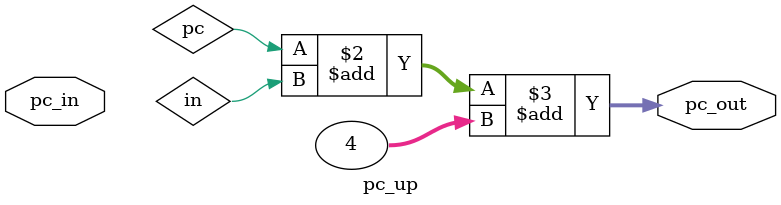
<source format=v>
module pc_up (input    [31:0]    pc_in,
              output   [31:0]    pc_out);

    reg [31:0] pc_out;
    always @(pc_in)
        begin
            pc_out = pc+in + 4;
        end

endmodule

</source>
